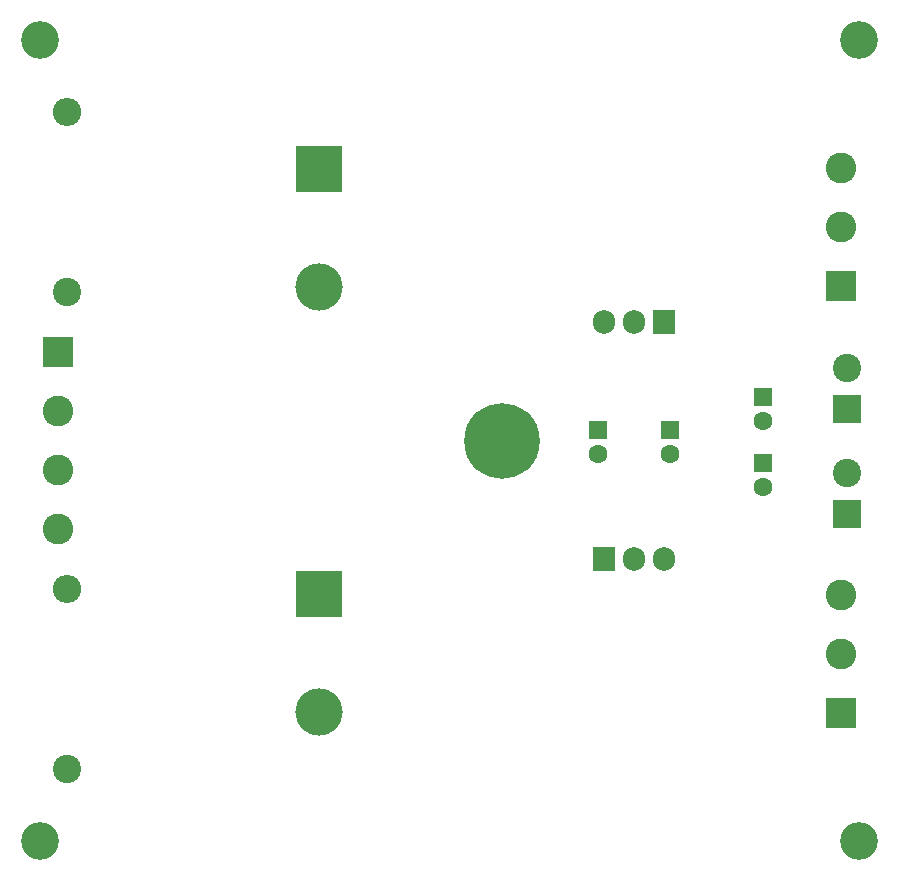
<source format=gbr>
G04 #@! TF.GenerationSoftware,KiCad,Pcbnew,5.1.9*
G04 #@! TF.CreationDate,2021-04-19T04:00:47-04:00*
G04 #@! TF.ProjectId,lm3886_psu,6c6d3338-3836-45f7-9073-752e6b696361,rev?*
G04 #@! TF.SameCoordinates,Original*
G04 #@! TF.FileFunction,Soldermask,Top*
G04 #@! TF.FilePolarity,Negative*
%FSLAX46Y46*%
G04 Gerber Fmt 4.6, Leading zero omitted, Abs format (unit mm)*
G04 Created by KiCad (PCBNEW 5.1.9) date 2021-04-19 04:00:47*
%MOMM*%
%LPD*%
G01*
G04 APERTURE LIST*
%ADD10C,0.800000*%
%ADD11C,6.400000*%
%ADD12C,1.600000*%
%ADD13R,1.600000X1.600000*%
%ADD14C,3.200000*%
%ADD15O,2.400000X2.400000*%
%ADD16C,2.400000*%
%ADD17O,1.905000X2.000000*%
%ADD18R,1.905000X2.000000*%
%ADD19R,2.400000X2.400000*%
%ADD20C,2.600000*%
%ADD21R,2.600000X2.600000*%
%ADD22C,4.000000*%
%ADD23R,4.000000X4.000000*%
G04 APERTURE END LIST*
D10*
X123109056Y-88599944D03*
X121412000Y-87897000D03*
X119714944Y-88599944D03*
X119012000Y-90297000D03*
X119714944Y-91994056D03*
X121412000Y-92697000D03*
X123109056Y-91994056D03*
X123812000Y-90297000D03*
D11*
X121412000Y-90297000D03*
D12*
X143510000Y-94202000D03*
D13*
X143510000Y-92202000D03*
D12*
X143510000Y-88614000D03*
D13*
X143510000Y-86614000D03*
D12*
X129540000Y-91408000D03*
D13*
X129540000Y-89408000D03*
D12*
X135636000Y-91408000D03*
D13*
X135636000Y-89408000D03*
D14*
X82296000Y-124206000D03*
X151638000Y-124206000D03*
X151638000Y-56388000D03*
X82296000Y-56388000D03*
D15*
X84582000Y-102870000D03*
D16*
X84582000Y-118110000D03*
D15*
X84582000Y-62484000D03*
D16*
X84582000Y-77724000D03*
D17*
X135128000Y-100330000D03*
X132588000Y-100330000D03*
D18*
X130048000Y-100330000D03*
D17*
X130048000Y-80264000D03*
X132588000Y-80264000D03*
D18*
X135128000Y-80264000D03*
D16*
X150622000Y-93020000D03*
D19*
X150622000Y-96520000D03*
D16*
X150622000Y-84130000D03*
D19*
X150622000Y-87630000D03*
D20*
X150114000Y-103378000D03*
X150114000Y-108378000D03*
D21*
X150114000Y-113378000D03*
D20*
X150114000Y-67216000D03*
X150114000Y-72216000D03*
D21*
X150114000Y-77216000D03*
D20*
X83820000Y-97804000D03*
X83820000Y-92804000D03*
X83820000Y-87804000D03*
D21*
X83820000Y-82804000D03*
D22*
X105918000Y-113284000D03*
D23*
X105918000Y-103284000D03*
D22*
X105918000Y-77310000D03*
D23*
X105918000Y-67310000D03*
M02*

</source>
